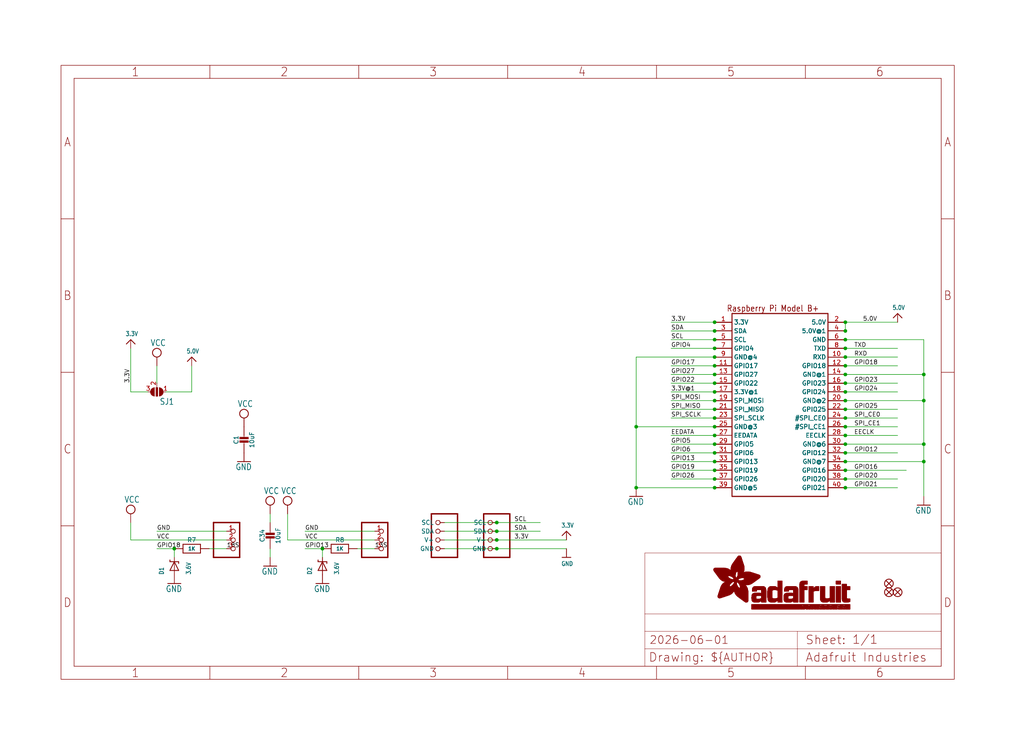
<source format=kicad_sch>
(kicad_sch (version 20230121) (generator eeschema)
  (paper "User" 298.45 217.322)
  (lib_symbols
    (symbol "working-eagle-import:3.3V" (power)
      (property "Value" "3.3V" (at -1.524 1.016 0))
      (symbol "3.3V_1_0"
        (pin power_in line (at 0 -2.54 90) (length 2.54) (name "3.3V") (number "1"))
      )
    )
    (symbol "working-eagle-import:5.0V" (power)
      (property "Value" "5.0V" (at -1.524 1.016 0))
      (symbol "5.0V_1_0"
        (pin power_in line (at 0 -2.54 90) (length 2.54) (name "5.0V") (number "1"))
      )
    )
    (symbol "working-eagle-import:CAP_CERAMIC0805-NOOUTLINE"
      (property "Reference" "C" (at -2.29 1.25 90))
      (symbol "CAP_CERAMIC0805-NOOUTLINE_1_0"
        (pin passive line (at 0 5.08 270) (length 2.54) (name "1") (number "1"))
        (pin passive line (at 0 -2.54 90) (length 2.54) (name "2") (number "2"))
      )
    )
    (symbol "working-eagle-import:CON_JST_PH_3PIN"
      (symbol "CON_JST_PH_3PIN_1_0"
        (pin passive inverted (at -2.54 2.54 0) (length 2.54) (name "1") (number "1"))
        (pin passive inverted (at -2.54 0 0) (length 2.54) (name "2") (number "2"))
        (pin passive inverted (at -2.54 -2.54 0) (length 2.54) (name "3") (number "3"))
      )
      (symbol "CON_JST_PH_3PIN_2_0"
        (pin bidirectional line (at 0 0 0) (length 5.08) (name "MT") (number "NC1"))
      )
      (symbol "CON_JST_PH_3PIN_3_0"
        (pin bidirectional line (at 0 0 0) (length 5.08) (name "MT") (number "NC2"))
      )
    )
    (symbol "working-eagle-import:DIODE-ZENERSOD323"
      (property "Reference" "D" (at -2.54 3.0226 0))
      (symbol "DIODE-ZENERSOD323_1_0"
        (pin passive line (at -2.54 0 0) (length 2.54) (name "A") (number "A"))
        (pin passive line (at 2.54 0 180) (length 2.54) (name "C") (number "C"))
      )
    )
    (symbol "working-eagle-import:FIDUCIAL_1MM")
    (symbol "working-eagle-import:FRAME_A4_ADAFRUIT"
      (symbol "FRAME_A4_ADAFRUIT_1_0"
        (text "${#}/${##}" (at 230.505 10.16 0) (effects (font (size 2.54 2.54)) (justify left bottom)))
        (text "${AUTHOR}" (at 189.23 5.08 0) (effects (font (size 2.286 2.286)) (justify left bottom)))
        (text "${CURRENT_DATE}" (at 171.45 10.16 0) (effects (font (size 2.286 2.286)) (justify left bottom)))
        (text "${PROJECTNAME}" (at 171.45 15.24 0) (effects (font (size 2.54 2.54)) (justify left bottom)))
        (text "1" (at 21.6958 1.905 0) (effects (font (size 2.54 2.286))))
        (text "1" (at 21.6958 177.165 0) (effects (font (size 2.54 2.286))))
        (text "2" (at 65.0875 1.905 0) (effects (font (size 2.54 2.286))))
        (text "2" (at 65.0875 177.165 0) (effects (font (size 2.54 2.286))))
        (text "3" (at 108.4792 1.905 0) (effects (font (size 2.54 2.286))))
        (text "3" (at 108.4792 177.165 0) (effects (font (size 2.54 2.286))))
        (text "4" (at 151.8708 1.905 0) (effects (font (size 2.54 2.286))))
        (text "4" (at 151.8708 177.165 0) (effects (font (size 2.54 2.286))))
        (text "5" (at 195.2625 1.905 0) (effects (font (size 2.54 2.286))))
        (text "5" (at 195.2625 177.165 0) (effects (font (size 2.54 2.286))))
        (text "6" (at 238.6542 1.905 0) (effects (font (size 2.54 2.286))))
        (text "6" (at 238.6542 177.165 0) (effects (font (size 2.54 2.286))))
        (text "A" (at 1.905 156.6863 0) (effects (font (size 2.54 2.286))))
        (text "A" (at 258.445 156.6863 0) (effects (font (size 2.54 2.286))))
        (text "Adafruit Industries" (at 216.916 4.953 0) (effects (font (size 2.54 2.54)) (justify left bottom)))
        (text "B" (at 1.905 111.9188 0) (effects (font (size 2.54 2.286))))
        (text "B" (at 258.445 111.9188 0) (effects (font (size 2.54 2.286))))
        (text "C" (at 1.905 67.1513 0) (effects (font (size 2.54 2.286))))
        (text "C" (at 258.445 67.1513 0) (effects (font (size 2.54 2.286))))
        (text "D" (at 1.905 22.3838 0) (effects (font (size 2.54 2.286))))
        (text "D" (at 258.445 22.3838 0) (effects (font (size 2.54 2.286))))
        (text "Drawing:" (at 171.196 4.953 0) (effects (font (size 2.54 2.54)) (justify left bottom)))
        (text "Sheet:" (at 216.916 10.033 0) (effects (font (size 2.54 2.54)) (justify left bottom)))
      )
    )
    (symbol "working-eagle-import:GND" (power)
      (property "Value" "GND" (at -1.524 -2.54 0))
      (symbol "GND_1_0"
        (pin power_in line (at 0 2.54 270) (length 2.54) (name "GND") (number "1"))
      )
    )
    (symbol "working-eagle-import:RASPBERRYPI_BPLUS_2X20_THMSMT_TOP"
      (symbol "RASPBERRYPI_BPLUS_2X20_THMSMT_TOP_1_0"
        (text "Raspberry Pi Model B+" (at 12.7 25.4 0) (effects (font (size 1.778 1.5113)) (justify right top)))
        (pin power_in line (at -17.78 20.32 0) (length 5.08) (name "3.3V") (number "1"))
        (pin bidirectional line (at 20.32 10.16 180) (length 5.08) (name "RXD") (number "10"))
        (pin bidirectional line (at -17.78 7.62 0) (length 5.08) (name "GPIO17") (number "11"))
        (pin bidirectional line (at 20.32 7.62 180) (length 5.08) (name "GPIO18") (number "12"))
        (pin bidirectional line (at -17.78 5.08 0) (length 5.08) (name "GPIO27") (number "13"))
        (pin power_in line (at 20.32 5.08 180) (length 5.08) (name "GND@1") (number "14"))
        (pin bidirectional line (at -17.78 2.54 0) (length 5.08) (name "GPIO22") (number "15"))
        (pin bidirectional line (at 20.32 2.54 180) (length 5.08) (name "GPIO23") (number "16"))
        (pin power_in line (at -17.78 0 0) (length 5.08) (name "3.3V@1") (number "17"))
        (pin bidirectional line (at 20.32 0 180) (length 5.08) (name "GPIO24") (number "18"))
        (pin bidirectional line (at -17.78 -2.54 0) (length 5.08) (name "SPI_MOSI") (number "19"))
        (pin power_in line (at 20.32 20.32 180) (length 5.08) (name "5.0V") (number "2"))
        (pin power_in line (at 20.32 -2.54 180) (length 5.08) (name "GND@2") (number "20"))
        (pin bidirectional line (at -17.78 -5.08 0) (length 5.08) (name "SPI_MISO") (number "21"))
        (pin bidirectional line (at 20.32 -5.08 180) (length 5.08) (name "GPIO25") (number "22"))
        (pin bidirectional line (at -17.78 -7.62 0) (length 5.08) (name "SPI_SCLK") (number "23"))
        (pin bidirectional line (at 20.32 -7.62 180) (length 5.08) (name "#SPI_CE0") (number "24"))
        (pin power_in line (at -17.78 -10.16 0) (length 5.08) (name "GND@3") (number "25"))
        (pin bidirectional line (at 20.32 -10.16 180) (length 5.08) (name "#SPI_CE1") (number "26"))
        (pin bidirectional line (at -17.78 -12.7 0) (length 5.08) (name "EEDATA") (number "27"))
        (pin bidirectional line (at 20.32 -12.7 180) (length 5.08) (name "EECLK") (number "28"))
        (pin bidirectional line (at -17.78 -15.24 0) (length 5.08) (name "GPIO5") (number "29"))
        (pin bidirectional line (at -17.78 17.78 0) (length 5.08) (name "SDA") (number "3"))
        (pin power_in line (at 20.32 -15.24 180) (length 5.08) (name "GND@6") (number "30"))
        (pin bidirectional line (at -17.78 -17.78 0) (length 5.08) (name "GPIO6") (number "31"))
        (pin bidirectional line (at 20.32 -17.78 180) (length 5.08) (name "GPIO12") (number "32"))
        (pin bidirectional line (at -17.78 -20.32 0) (length 5.08) (name "GPIO13") (number "33"))
        (pin power_in line (at 20.32 -20.32 180) (length 5.08) (name "GND@7") (number "34"))
        (pin bidirectional line (at -17.78 -22.86 0) (length 5.08) (name "GPIO19") (number "35"))
        (pin bidirectional line (at 20.32 -22.86 180) (length 5.08) (name "GPIO16") (number "36"))
        (pin bidirectional line (at -17.78 -25.4 0) (length 5.08) (name "GPIO26") (number "37"))
        (pin bidirectional line (at 20.32 -25.4 180) (length 5.08) (name "GPIO20") (number "38"))
        (pin power_in line (at -17.78 -27.94 0) (length 5.08) (name "GND@5") (number "39"))
        (pin power_in line (at 20.32 17.78 180) (length 5.08) (name "5.0V@1") (number "4"))
        (pin bidirectional line (at 20.32 -27.94 180) (length 5.08) (name "GPIO21") (number "40"))
        (pin bidirectional line (at -17.78 15.24 0) (length 5.08) (name "SCL") (number "5"))
        (pin power_in line (at 20.32 15.24 180) (length 5.08) (name "GND") (number "6"))
        (pin bidirectional line (at -17.78 12.7 0) (length 5.08) (name "GPIO4") (number "7"))
        (pin bidirectional line (at 20.32 12.7 180) (length 5.08) (name "TXD") (number "8"))
        (pin power_in line (at -17.78 10.16 0) (length 5.08) (name "GND@4") (number "9"))
        (pin power_in line (at -17.78 20.32 0) (length 5.08) (name "3.3V") (number "S1"))
        (pin bidirectional line (at 20.32 10.16 180) (length 5.08) (name "RXD") (number "S10"))
        (pin bidirectional line (at -17.78 7.62 0) (length 5.08) (name "GPIO17") (number "S11"))
        (pin bidirectional line (at 20.32 7.62 180) (length 5.08) (name "GPIO18") (number "S12"))
        (pin bidirectional line (at -17.78 5.08 0) (length 5.08) (name "GPIO27") (number "S13"))
        (pin power_in line (at 20.32 5.08 180) (length 5.08) (name "GND@1") (number "S14"))
        (pin bidirectional line (at -17.78 2.54 0) (length 5.08) (name "GPIO22") (number "S15"))
        (pin bidirectional line (at 20.32 2.54 180) (length 5.08) (name "GPIO23") (number "S16"))
        (pin power_in line (at -17.78 0 0) (length 5.08) (name "3.3V@1") (number "S17"))
        (pin bidirectional line (at 20.32 0 180) (length 5.08) (name "GPIO24") (number "S18"))
        (pin bidirectional line (at -17.78 -2.54 0) (length 5.08) (name "SPI_MOSI") (number "S19"))
        (pin power_in line (at 20.32 20.32 180) (length 5.08) (name "5.0V") (number "S2"))
        (pin power_in line (at 20.32 -2.54 180) (length 5.08) (name "GND@2") (number "S20"))
        (pin bidirectional line (at -17.78 -5.08 0) (length 5.08) (name "SPI_MISO") (number "S21"))
        (pin bidirectional line (at 20.32 -5.08 180) (length 5.08) (name "GPIO25") (number "S22"))
        (pin bidirectional line (at -17.78 -7.62 0) (length 5.08) (name "SPI_SCLK") (number "S23"))
        (pin bidirectional line (at 20.32 -7.62 180) (length 5.08) (name "#SPI_CE0") (number "S24"))
        (pin power_in line (at -17.78 -10.16 0) (length 5.08) (name "GND@3") (number "S25"))
        (pin bidirectional line (at 20.32 -10.16 180) (length 5.08) (name "#SPI_CE1") (number "S26"))
        (pin bidirectional line (at -17.78 -12.7 0) (length 5.08) (name "EEDATA") (number "S27"))
        (pin bidirectional line (at 20.32 -12.7 180) (length 5.08) (name "EECLK") (number "S28"))
        (pin bidirectional line (at -17.78 -15.24 0) (length 5.08) (name "GPIO5") (number "S29"))
        (pin bidirectional line (at -17.78 17.78 0) (length 5.08) (name "SDA") (number "S3"))
        (pin power_in line (at 20.32 -15.24 180) (length 5.08) (name "GND@6") (number "S30"))
        (pin bidirectional line (at -17.78 -17.78 0) (length 5.08) (name "GPIO6") (number "S31"))
        (pin bidirectional line (at 20.32 -17.78 180) (length 5.08) (name "GPIO12") (number "S32"))
        (pin bidirectional line (at -17.78 -20.32 0) (length 5.08) (name "GPIO13") (number "S33"))
        (pin power_in line (at 20.32 -20.32 180) (length 5.08) (name "GND@7") (number "S34"))
        (pin bidirectional line (at -17.78 -22.86 0) (length 5.08) (name "GPIO19") (number "S35"))
        (pin bidirectional line (at 20.32 -22.86 180) (length 5.08) (name "GPIO16") (number "S36"))
        (pin bidirectional line (at -17.78 -25.4 0) (length 5.08) (name "GPIO26") (number "S37"))
        (pin bidirectional line (at 20.32 -25.4 180) (length 5.08) (name "GPIO20") (number "S38"))
        (pin power_in line (at -17.78 -27.94 0) (length 5.08) (name "GND@5") (number "S39"))
        (pin power_in line (at 20.32 17.78 180) (length 5.08) (name "5.0V@1") (number "S4"))
        (pin bidirectional line (at 20.32 -27.94 180) (length 5.08) (name "GPIO21") (number "S40"))
        (pin bidirectional line (at -17.78 15.24 0) (length 5.08) (name "SCL") (number "S5"))
        (pin power_in line (at 20.32 15.24 180) (length 5.08) (name "GND") (number "S6"))
        (pin bidirectional line (at -17.78 12.7 0) (length 5.08) (name "GPIO4") (number "S7"))
        (pin bidirectional line (at 20.32 12.7 180) (length 5.08) (name "TXD") (number "S8"))
        (pin power_in line (at -17.78 10.16 0) (length 5.08) (name "GND@4") (number "S9"))
      )
    )
    (symbol "working-eagle-import:RASPBERRYPI_BPLUS_IDC"
      (symbol "RASPBERRYPI_BPLUS_IDC_1_0"
        (text "Raspberry Pi Model B+" (at 12.7 25.4 0) (effects (font (size 1.778 1.5113)) (justify right top)))
        (pin power_in line (at -17.78 20.32 0) (length 5.08) (name "3.3V") (number "1"))
        (pin bidirectional line (at 20.32 10.16 180) (length 5.08) (name "RXD") (number "10"))
        (pin bidirectional line (at -17.78 7.62 0) (length 5.08) (name "GPIO17") (number "11"))
        (pin bidirectional line (at 20.32 7.62 180) (length 5.08) (name "GPIO18") (number "12"))
        (pin bidirectional line (at -17.78 5.08 0) (length 5.08) (name "GPIO27") (number "13"))
        (pin power_in line (at 20.32 5.08 180) (length 5.08) (name "GND@1") (number "14"))
        (pin bidirectional line (at -17.78 2.54 0) (length 5.08) (name "GPIO22") (number "15"))
        (pin bidirectional line (at 20.32 2.54 180) (length 5.08) (name "GPIO23") (number "16"))
        (pin power_in line (at -17.78 0 0) (length 5.08) (name "3.3V@1") (number "17"))
        (pin bidirectional line (at 20.32 0 180) (length 5.08) (name "GPIO24") (number "18"))
        (pin bidirectional line (at -17.78 -2.54 0) (length 5.08) (name "SPI_MOSI") (number "19"))
        (pin power_in line (at 20.32 20.32 180) (length 5.08) (name "5.0V") (number "2"))
        (pin power_in line (at 20.32 -2.54 180) (length 5.08) (name "GND@2") (number "20"))
        (pin bidirectional line (at -17.78 -5.08 0) (length 5.08) (name "SPI_MISO") (number "21"))
        (pin bidirectional line (at 20.32 -5.08 180) (length 5.08) (name "GPIO25") (number "22"))
        (pin bidirectional line (at -17.78 -7.62 0) (length 5.08) (name "SPI_SCLK") (number "23"))
        (pin bidirectional line (at 20.32 -7.62 180) (length 5.08) (name "#SPI_CE0") (number "24"))
        (pin power_in line (at -17.78 -10.16 0) (length 5.08) (name "GND@3") (number "25"))
        (pin bidirectional line (at 20.32 -10.16 180) (length 5.08) (name "#SPI_CE1") (number "26"))
        (pin bidirectional line (at -17.78 -12.7 0) (length 5.08) (name "EEDATA") (number "27"))
        (pin bidirectional line (at 20.32 -12.7 180) (length 5.08) (name "EECLK") (number "28"))
        (pin bidirectional line (at -17.78 -15.24 0) (length 5.08) (name "GPIO5") (number "29"))
        (pin bidirectional line (at -17.78 17.78 0) (length 5.08) (name "SDA") (number "3"))
        (pin power_in line (at 20.32 -15.24 180) (length 5.08) (name "GND@6") (number "30"))
        (pin bidirectional line (at -17.78 -17.78 0) (length 5.08) (name "GPIO6") (number "31"))
        (pin bidirectional line (at 20.32 -17.78 180) (length 5.08) (name "GPIO12") (number "32"))
        (pin bidirectional line (at -17.78 -20.32 0) (length 5.08) (name "GPIO13") (number "33"))
        (pin power_in line (at 20.32 -20.32 180) (length 5.08) (name "GND@7") (number "34"))
        (pin bidirectional line (at -17.78 -22.86 0) (length 5.08) (name "GPIO19") (number "35"))
        (pin bidirectional line (at 20.32 -22.86 180) (length 5.08) (name "GPIO16") (number "36"))
        (pin bidirectional line (at -17.78 -25.4 0) (length 5.08) (name "GPIO26") (number "37"))
        (pin bidirectional line (at 20.32 -25.4 180) (length 5.08) (name "GPIO20") (number "38"))
        (pin power_in line (at -17.78 -27.94 0) (length 5.08) (name "GND@5") (number "39"))
        (pin power_in line (at 20.32 17.78 180) (length 5.08) (name "5.0V@1") (number "4"))
        (pin bidirectional line (at 20.32 -27.94 180) (length 5.08) (name "GPIO21") (number "40"))
        (pin bidirectional line (at -17.78 15.24 0) (length 5.08) (name "SCL") (number "5"))
        (pin power_in line (at 20.32 15.24 180) (length 5.08) (name "GND") (number "6"))
        (pin bidirectional line (at -17.78 12.7 0) (length 5.08) (name "GPIO4") (number "7"))
        (pin bidirectional line (at 20.32 12.7 180) (length 5.08) (name "TXD") (number "8"))
        (pin power_in line (at -17.78 10.16 0) (length 5.08) (name "GND@4") (number "9"))
      )
    )
    (symbol "working-eagle-import:RESISTOR_0603_NOOUT"
      (property "Reference" "R" (at 0 2.54 0))
      (symbol "RESISTOR_0603_NOOUT_1_0"
        (pin passive line (at -5.08 0 0) (length 2.54) (name "1") (number "1"))
        (pin passive line (at 5.08 0 180) (length 2.54) (name "2") (number "2"))
      )
    )
    (symbol "working-eagle-import:SOLDERJUMPER_2WAY"
      (property "Reference" "SJ" (at -5.08 -3.81 0))
      (symbol "SOLDERJUMPER_2WAY_1_0"
        (pin passive line (at -2.54 0 0) (length 0) (name "1") (number "1"))
        (pin passive line (at 0 2.54 270) (length 0) (name "2") (number "2"))
        (pin passive line (at 2.54 0 180) (length 0) (name "3") (number "3"))
      )
    )
    (symbol "working-eagle-import:STEMMA_I2C_QT"
      (symbol "STEMMA_I2C_QT_1_0"
        (pin passive inverted (at 0 5.08 0) (length 2.54) (name "GND") (number "1"))
        (pin passive inverted (at 0 2.54 0) (length 2.54) (name "V+") (number "2"))
        (pin passive inverted (at 0 0 0) (length 2.54) (name "SDA") (number "3"))
        (pin passive inverted (at 0 -2.54 0) (length 2.54) (name "SCL") (number "4"))
      )
      (symbol "STEMMA_I2C_QT_2_0"
        (pin bidirectional line (at 0 0 0) (length 5.08) (name "MT") (number "MT1"))
      )
      (symbol "STEMMA_I2C_QT_3_0"
        (pin bidirectional line (at 0 0 0) (length 5.08) (name "MT") (number "MT2"))
      )
    )
    (symbol "working-eagle-import:VCC" (power)
      (property "Value" "VCC" (at -1.905 3.175 0))
      (symbol "VCC_1_0"
        (pin power_in line (at 0 -2.54 90) (length 2.54) (name "VCC") (number "1"))
      )
    )
    (symbol "working-eagle-import:supply1_GND" (power)
      (property "Value" "supply1_GND" (at -2.54 -2.54 0))
      (symbol "supply1_GND_1_0"
        (pin power_in line (at 0 2.54 270) (length 2.54) (name "GND") (number "1"))
      )
    )
  )
  (junction (at 208.28 142.24))
  (junction (at 208.28 111.76))
  (junction (at 246.38 124.46))
  (junction (at 208.28 132.08))
  (junction (at 208.28 139.7))
  (junction (at 185.42 142.24))
  (junction (at 144.78 160.02))
  (junction (at 246.38 109.22))
  (junction (at 208.28 137.16))
  (junction (at 246.38 104.14))
  (junction (at 144.78 157.48))
  (junction (at 208.28 104.14))
  (junction (at 246.38 99.06))
  (junction (at 246.38 129.54))
  (junction (at 208.28 129.54))
  (junction (at 208.28 134.62))
  (junction (at 208.28 114.3))
  (junction (at 269.24 134.62))
  (junction (at 208.28 93.98))
  (junction (at 269.24 116.84))
  (junction (at 269.24 109.22))
  (junction (at 93.98 160.02))
  (junction (at 246.38 114.3))
  (junction (at 246.38 106.68))
  (junction (at 246.38 137.16))
  (junction (at 246.38 116.84))
  (junction (at 208.28 119.38))
  (junction (at 208.28 106.68))
  (junction (at 208.28 121.92))
  (junction (at 246.38 96.52))
  (junction (at 246.38 93.98))
  (junction (at 208.28 127))
  (junction (at 246.38 111.76))
  (junction (at 269.24 129.54))
  (junction (at 246.38 121.92))
  (junction (at 144.78 154.94))
  (junction (at 185.42 124.46))
  (junction (at 246.38 134.62))
  (junction (at 208.28 101.6))
  (junction (at 208.28 116.84))
  (junction (at 246.38 101.6))
  (junction (at 246.38 142.24))
  (junction (at 208.28 124.46))
  (junction (at 208.28 96.52))
  (junction (at 246.38 127))
  (junction (at 50.8 160.02))
  (junction (at 208.28 99.06))
  (junction (at 246.38 132.08))
  (junction (at 246.38 139.7))
  (junction (at 246.38 119.38))
  (junction (at 144.78 152.4))
  (junction (at 208.28 109.22))
  (wire (pts (xy 195.58 116.84) (xy 208.28 116.84)) (stroke (width 0.1524)))
  (wire (pts (xy 208.28 106.68) (xy 195.58 106.68)) (stroke (width 0.1524)))
  (wire (pts (xy 246.38 132.08) (xy 261.62 132.08)) (stroke (width 0.1524)))
  (wire (pts (xy 185.42 124.46) (xy 185.42 142.24)) (stroke (width 0.1524)))
  (wire (pts (xy 246.38 121.92) (xy 261.62 121.92)) (stroke (width 0.1524)))
  (wire (pts (xy 144.78 160.02) (xy 129.54 160.02)) (stroke (width 0.1524)))
  (wire (pts (xy 50.8 160.02) (xy 45.72 160.02)) (stroke (width 0.1524)))
  (wire (pts (xy 195.58 137.16) (xy 208.28 137.16)) (stroke (width 0.1524)))
  (wire (pts (xy 269.24 99.06) (xy 269.24 109.22)) (stroke (width 0.1524)))
  (wire (pts (xy 246.38 119.38) (xy 261.62 119.38)) (stroke (width 0.1524)))
  (wire (pts (xy 208.28 93.98) (xy 195.58 93.98)) (stroke (width 0.1524)))
  (wire (pts (xy 195.58 134.62) (xy 208.28 134.62)) (stroke (width 0.1524)))
  (wire (pts (xy 144.78 152.4) (xy 129.54 152.4)) (stroke (width 0.1524)))
  (wire (pts (xy 195.58 109.22) (xy 208.28 109.22)) (stroke (width 0.1524)))
  (wire (pts (xy 195.58 121.92) (xy 208.28 121.92)) (stroke (width 0.1524)))
  (wire (pts (xy 93.98 162.56) (xy 93.98 160.02)) (stroke (width 0.1524)))
  (wire (pts (xy 144.78 154.94) (xy 129.54 154.94)) (stroke (width 0.1524)))
  (wire (pts (xy 195.58 139.7) (xy 208.28 139.7)) (stroke (width 0.1524)))
  (wire (pts (xy 246.38 142.24) (xy 261.62 142.24)) (stroke (width 0.1524)))
  (wire (pts (xy 195.58 129.54) (xy 208.28 129.54)) (stroke (width 0.1524)))
  (wire (pts (xy 246.38 109.22) (xy 269.24 109.22)) (stroke (width 0.1524)))
  (wire (pts (xy 246.38 99.06) (xy 269.24 99.06)) (stroke (width 0.1524)))
  (wire (pts (xy 246.38 101.6) (xy 261.62 101.6)) (stroke (width 0.1524)))
  (wire (pts (xy 195.58 119.38) (xy 208.28 119.38)) (stroke (width 0.1524)))
  (wire (pts (xy 208.28 96.52) (xy 195.58 96.52)) (stroke (width 0.1524)))
  (wire (pts (xy 93.98 160.02) (xy 88.9 160.02)) (stroke (width 0.1524)))
  (wire (pts (xy 246.38 96.52) (xy 246.38 93.98)) (stroke (width 0.1524)))
  (wire (pts (xy 185.42 124.46) (xy 208.28 124.46)) (stroke (width 0.1524)))
  (wire (pts (xy 144.78 157.48) (xy 165.1 157.48)) (stroke (width 0.1524)))
  (wire (pts (xy 246.38 137.16) (xy 264.16 137.16)) (stroke (width 0.1524)))
  (wire (pts (xy 109.22 160.02) (xy 104.14 160.02)) (stroke (width 0.1524)))
  (wire (pts (xy 246.38 114.3) (xy 261.62 114.3)) (stroke (width 0.1524)))
  (wire (pts (xy 185.42 104.14) (xy 208.28 104.14)) (stroke (width 0.1524)))
  (wire (pts (xy 83.82 157.48) (xy 83.82 149.86)) (stroke (width 0.1524)))
  (wire (pts (xy 269.24 134.62) (xy 269.24 144.78)) (stroke (width 0.1524)))
  (wire (pts (xy 109.22 154.94) (xy 88.9 154.94)) (stroke (width 0.1524)))
  (wire (pts (xy 144.78 160.02) (xy 165.1 160.02)) (stroke (width 0.1524)))
  (wire (pts (xy 38.1 114.3) (xy 38.1 101.6)) (stroke (width 0.1524)))
  (wire (pts (xy 246.38 127) (xy 261.62 127)) (stroke (width 0.1524)))
  (wire (pts (xy 43.18 114.3) (xy 38.1 114.3)) (stroke (width 0.1524)))
  (wire (pts (xy 144.78 157.48) (xy 129.54 157.48)) (stroke (width 0.1524)))
  (wire (pts (xy 55.88 114.3) (xy 55.88 106.68)) (stroke (width 0.1524)))
  (wire (pts (xy 261.62 104.14) (xy 246.38 104.14)) (stroke (width 0.1524)))
  (wire (pts (xy 246.38 139.7) (xy 261.62 139.7)) (stroke (width 0.1524)))
  (wire (pts (xy 185.42 124.46) (xy 185.42 104.14)) (stroke (width 0.1524)))
  (wire (pts (xy 48.26 114.3) (xy 55.88 114.3)) (stroke (width 0.1524)))
  (wire (pts (xy 246.38 134.62) (xy 269.24 134.62)) (stroke (width 0.1524)))
  (wire (pts (xy 195.58 132.08) (xy 208.28 132.08)) (stroke (width 0.1524)))
  (wire (pts (xy 208.28 142.24) (xy 185.42 142.24)) (stroke (width 0.1524)))
  (wire (pts (xy 269.24 109.22) (xy 269.24 116.84)) (stroke (width 0.1524)))
  (wire (pts (xy 144.78 154.94) (xy 157.48 154.94)) (stroke (width 0.1524)))
  (wire (pts (xy 208.28 99.06) (xy 195.58 99.06)) (stroke (width 0.1524)))
  (wire (pts (xy 208.28 101.6) (xy 195.58 101.6)) (stroke (width 0.1524)))
  (wire (pts (xy 246.38 93.98) (xy 261.62 93.98)) (stroke (width 0.1524)))
  (wire (pts (xy 208.28 127) (xy 195.58 127)) (stroke (width 0.1524)))
  (wire (pts (xy 246.38 124.46) (xy 261.62 124.46)) (stroke (width 0.1524)))
  (wire (pts (xy 246.38 129.54) (xy 269.24 129.54)) (stroke (width 0.1524)))
  (wire (pts (xy 78.74 162.56) (xy 78.74 160.02)) (stroke (width 0.1524)))
  (wire (pts (xy 66.04 154.94) (xy 45.72 154.94)) (stroke (width 0.1524)))
  (wire (pts (xy 45.72 106.68) (xy 45.72 111.76)) (stroke (width 0.1524)))
  (wire (pts (xy 66.04 160.02) (xy 60.96 160.02)) (stroke (width 0.1524)))
  (wire (pts (xy 78.74 152.4) (xy 78.74 149.86)) (stroke (width 0.1524)))
  (wire (pts (xy 246.38 116.84) (xy 269.24 116.84)) (stroke (width 0.1524)))
  (wire (pts (xy 144.78 152.4) (xy 157.48 152.4)) (stroke (width 0.1524)))
  (wire (pts (xy 83.82 157.48) (xy 109.22 157.48)) (stroke (width 0.1524)))
  (wire (pts (xy 246.38 111.76) (xy 261.62 111.76)) (stroke (width 0.1524)))
  (wire (pts (xy 269.24 129.54) (xy 269.24 134.62)) (stroke (width 0.1524)))
  (wire (pts (xy 208.28 111.76) (xy 195.58 111.76)) (stroke (width 0.1524)))
  (wire (pts (xy 38.1 157.48) (xy 38.1 152.4)) (stroke (width 0.1524)))
  (wire (pts (xy 269.24 116.84) (xy 269.24 129.54)) (stroke (width 0.1524)))
  (wire (pts (xy 38.1 157.48) (xy 66.04 157.48)) (stroke (width 0.1524)))
  (wire (pts (xy 246.38 106.68) (xy 261.62 106.68)) (stroke (width 0.1524)))
  (wire (pts (xy 195.58 114.3) (xy 208.28 114.3)) (stroke (width 0.1524)))
  (wire (pts (xy 50.8 160.02) (xy 50.8 162.56)) (stroke (width 0.1524)))
  (label "SDA" (at 149.86 154.94 0) (effects (font (size 1.2446 1.2446))))
  (label "GPIO18" (at 248.92 106.68 0) (effects (font (size 1.2446 1.2446))))
  (label "SPI_SCLK" (at 195.58 121.92 0) (effects (font (size 1.2446 1.2446))))
  (label "GPIO20" (at 248.92 139.7 0) (effects (font (size 1.2446 1.2446))))
  (label "SCL" (at 195.58 99.06 0) (effects (font (size 1.2446 1.2446))))
  (label "GPIO12" (at 248.92 132.08 0) (effects (font (size 1.2446 1.2446))))
  (label "GPIO13" (at 195.58 134.62 0) (effects (font (size 1.2446 1.2446))))
  (label "GPIO19" (at 195.58 137.16 0) (effects (font (size 1.2446 1.2446))))
  (label "SPI_CE1" (at 248.92 124.46 0) (effects (font (size 1.2446 1.2446))))
  (label "3.3V@1" (at 195.58 114.3 0) (effects (font (size 1.2446 1.2446))))
  (label "VCC" (at 88.9 157.48 0) (effects (font (size 1.2446 1.2446))))
  (label "VCC" (at 45.72 157.48 0) (effects (font (size 1.2446 1.2446))))
  (label "3.3V" (at 38.1 111.76 90) (effects (font (size 1.2446 1.2446))))
  (label "GPIO18" (at 45.72 160.02 0) (effects (font (size 1.2446 1.2446))))
  (label "TXD" (at 248.92 101.6 0) (effects (font (size 1.2446 1.2446))))
  (label "GPIO4" (at 195.58 101.6 0) (effects (font (size 1.2446 1.2446))))
  (label "GPIO6" (at 195.58 132.08 0) (effects (font (size 1.2446 1.2446))))
  (label "13S" (at 109.22 160.02 0) (effects (font (size 1.2446 1.2446))))
  (label "GPIO26" (at 195.58 139.7 0) (effects (font (size 1.2446 1.2446))))
  (label "EECLK" (at 248.92 127 0) (effects (font (size 1.2446 1.2446))))
  (label "5.0V" (at 251.46 93.98 0) (effects (font (size 1.2446 1.2446))))
  (label "18S" (at 66.04 160.02 0) (effects (font (size 1.2446 1.2446))))
  (label "3.3V" (at 195.58 93.98 0) (effects (font (size 1.2446 1.2446))))
  (label "SCL" (at 149.86 152.4 0) (effects (font (size 1.2446 1.2446))))
  (label "SPI_MOSI" (at 195.58 116.84 0) (effects (font (size 1.2446 1.2446))))
  (label "GND" (at 45.72 154.94 0) (effects (font (size 1.2446 1.2446))))
  (label "GPIO25" (at 248.92 119.38 0) (effects (font (size 1.2446 1.2446))))
  (label "GPIO23" (at 248.92 111.76 0) (effects (font (size 1.2446 1.2446))))
  (label "3.3V" (at 149.86 157.48 0) (effects (font (size 1.2446 1.2446))))
  (label "SDA" (at 195.58 96.52 0) (effects (font (size 1.2446 1.2446))))
  (label "GPIO27" (at 195.58 109.22 0) (effects (font (size 1.2446 1.2446))))
  (label "GPIO24" (at 248.92 114.3 0) (effects (font (size 1.2446 1.2446))))
  (label "GPIO13" (at 88.9 160.02 0) (effects (font (size 1.2446 1.2446))))
  (label "GND" (at 88.9 154.94 0) (effects (font (size 1.2446 1.2446))))
  (label "GPIO16" (at 248.92 137.16 0) (effects (font (size 1.2446 1.2446))))
  (label "EEDATA" (at 195.58 127 0) (effects (font (size 1.2446 1.2446))))
  (label "GPIO5" (at 195.58 129.54 0) (effects (font (size 1.2446 1.2446))))
  (label "RXD" (at 248.92 104.14 0) (effects (font (size 1.2446 1.2446))))
  (label "GPIO21" (at 248.92 142.24 0) (effects (font (size 1.2446 1.2446))))
  (label "SPI_MISO" (at 195.58 119.38 0) (effects (font (size 1.2446 1.2446))))
  (label "GPIO22" (at 195.58 111.76 0) (effects (font (size 1.2446 1.2446))))
  (label "SPI_CE0" (at 248.92 121.92 0) (effects (font (size 1.2446 1.2446))))
  (label "GPIO17" (at 195.58 106.68 0) (effects (font (size 1.2446 1.2446))))
  (symbol (lib_id "working-eagle-import:5.0V") (at 55.88 104.14 0) (unit 1)
    (property "Reference" "#U$73" (effects hide))
    (property "Value" "5.0V" (at 54.356 103.124 0) (effects (font (size 1.27 1.0795)) (justify left bottom)))
  )
  (symbol (lib_id "working-eagle-import:FRAME_A4_ADAFRUIT") (at 17.78 198.12 0) (unit 1)
    (property "Reference" "#U$7" (effects hide))
    (property "Value" "FRAME_A4_ADAFRUIT" (effects hide))
  )
  (symbol (lib_id "working-eagle-import:supply1_GND") (at 185.42 144.78 0) (unit 1)
    (property "Reference" "#GND1" (effects hide))
    (property "Value" "GND" (at 182.88 147.32 0) (effects (font (size 1.778 1.5113)) (justify left bottom)))
  )
  (symbol (lib_id "working-eagle-import:supply1_GND") (at 78.74 165.1 0) (unit 1)
    (property "Reference" "#GND16" (effects hide))
    (property "Value" "GND" (at 76.2 167.64 0) (effects (font (size 1.778 1.5113)) (justify left bottom)))
  )
  (symbol (lib_id "working-eagle-import:RASPBERRYPI_BPLUS_2X20_THMSMT_TOP") (at 226.06 114.3 0) (unit 1)
    (property "Reference" "RPI2" (effects hide))
    (property "Value" "RASPBERRYPI_BPLUS_2X20_THMSMT_TOP" (effects hide))
    (property "Footprint" "working:RASPI_2X20_THMSMT_TOP" (effects hide))
  )
  (symbol (lib_id "working-eagle-import:3.3V") (at 165.1 154.94 0) (unit 1)
    (property "Reference" "#U$81" (effects hide))
    (property "Value" "3.3V" (at 163.576 153.924 0) (effects (font (size 1.27 1.0795)) (justify left bottom)))
  )
  (symbol (lib_id "working-eagle-import:CAP_CERAMIC0805-NOOUTLINE") (at 71.12 129.54 0) (unit 1)
    (property "Reference" "C1" (at 68.83 128.29 90))
    (property "Value" "10uF" (at 73.42 128.29 90))
    (property "Footprint" "working:0805-NO" (effects hide))
  )
  (symbol (lib_id "working-eagle-import:supply1_GND") (at 93.98 170.18 0) (unit 1)
    (property "Reference" "#GND19" (effects hide))
    (property "Value" "GND" (at 91.44 172.72 0) (effects (font (size 1.778 1.5113)) (justify left bottom)))
  )
  (symbol (lib_id "working-eagle-import:3.3V") (at 38.1 99.06 0) (unit 1)
    (property "Reference" "#U$74" (effects hide))
    (property "Value" "3.3V" (at 36.576 98.044 0) (effects (font (size 1.27 1.0795)) (justify left bottom)))
  )
  (symbol (lib_id "working-eagle-import:VCC") (at 38.1 149.86 0) (unit 1)
    (property "Reference" "#SUPPLY5" (effects hide))
    (property "Value" "VCC" (at 36.195 146.685 0) (effects (font (size 1.778 1.5113)) (justify left bottom)))
  )
  (symbol (lib_id "working-eagle-import:GND") (at 165.1 162.56 0) (unit 1)
    (property "Reference" "#U$80" (effects hide))
    (property "Value" "GND" (at 163.576 165.1 0) (effects (font (size 1.27 1.0795)) (justify left bottom)))
  )
  (symbol (lib_id "working-eagle-import:CAP_CERAMIC0805-NOOUTLINE") (at 78.74 157.48 0) (unit 1)
    (property "Reference" "C34" (at 76.45 156.23 90))
    (property "Value" "10uF" (at 81.04 156.23 90))
    (property "Footprint" "working:0805-NO" (effects hide))
  )
  (symbol (lib_id "working-eagle-import:DIODE-ZENERSOD323") (at 93.98 165.1 90) (unit 1)
    (property "Reference" "D2" (at 90.9574 167.64 0) (effects (font (size 1.27 1.0795)) (justify left bottom)))
    (property "Value" "3.6V" (at 98.8314 167.64 0) (effects (font (size 1.27 1.0795)) (justify left bottom)))
    (property "Footprint" "working:SOD-323" (effects hide))
  )
  (symbol (lib_id "working-eagle-import:CON_JST_PH_3PIN") (at 111.76 157.48 0) (unit 1)
    (property "Reference" "SENSE0" (effects hide))
    (property "Value" "JST PH 3" (effects hide))
    (property "Footprint" "working:JSTPH3" (effects hide))
  )
  (symbol (lib_id "working-eagle-import:FIDUCIAL_1MM") (at 259.08 170.18 0) (unit 1)
    (property "Reference" "FID3" (effects hide))
    (property "Value" "FIDUCIAL_1MM" (effects hide))
    (property "Footprint" "working:FIDUCIAL_1MM" (effects hide))
  )
  (symbol (lib_id "working-eagle-import:RESISTOR_0603_NOOUT") (at 55.88 160.02 0) (mirror y) (unit 1)
    (property "Reference" "R7" (at 55.88 157.48 0))
    (property "Value" "1K" (at 55.88 160.02 0) (effects (font (size 1.016 1.016) bold)))
    (property "Footprint" "working:0603-NO" (effects hide))
  )
  (symbol (lib_id "working-eagle-import:RASPBERRYPI_BPLUS_IDC") (at 226.06 114.3 0) (unit 1)
    (property "Reference" "RPI1" (effects hide))
    (property "Value" "RASPBERRYPI_BPLUS_IDC" (effects hide))
    (property "Footprint" "working:2X20" (effects hide))
  )
  (symbol (lib_id "working-eagle-import:SOLDERJUMPER_2WAY") (at 45.72 114.3 0) (mirror y) (unit 1)
    (property "Reference" "SJ1" (at 50.8 118.11 0) (effects (font (size 1.778 1.5113)) (justify left bottom)))
    (property "Value" "SOLDERJUMPER_2WAY" (effects hide))
    (property "Footprint" "working:SOLDERJUMPER_2WAY_OPEN_NOPASTE" (effects hide))
  )
  (symbol (lib_id "working-eagle-import:VCC") (at 45.72 104.14 0) (unit 1)
    (property "Reference" "#SUPPLY3" (effects hide))
    (property "Value" "VCC" (at 43.815 100.965 0) (effects (font (size 1.778 1.5113)) (justify left bottom)))
  )
  (symbol (lib_id "working-eagle-import:DIODE-ZENERSOD323") (at 50.8 165.1 90) (unit 1)
    (property "Reference" "D1" (at 47.7774 167.64 0) (effects (font (size 1.27 1.0795)) (justify left bottom)))
    (property "Value" "3.6V" (at 55.6514 167.64 0) (effects (font (size 1.27 1.0795)) (justify left bottom)))
    (property "Footprint" "working:SOD-323" (effects hide))
  )
  (symbol (lib_id "working-eagle-import:VCC") (at 71.12 121.92 0) (unit 1)
    (property "Reference" "#SUPPLY2" (effects hide))
    (property "Value" "VCC" (at 69.215 118.745 0) (effects (font (size 1.778 1.5113)) (justify left bottom)))
  )
  (symbol (lib_id "working-eagle-import:RESISTOR_0603_NOOUT") (at 99.06 160.02 0) (mirror y) (unit 1)
    (property "Reference" "R8" (at 99.06 157.48 0))
    (property "Value" "1K" (at 99.06 160.02 0) (effects (font (size 1.016 1.016) bold)))
    (property "Footprint" "working:0603-NO" (effects hide))
  )
  (symbol (lib_id "working-eagle-import:CON_JST_PH_3PIN") (at 68.58 157.48 0) (unit 1)
    (property "Reference" "NEOPIX0" (effects hide))
    (property "Value" "JST PH 3" (effects hide))
    (property "Footprint" "working:JSTPH3" (effects hide))
  )
  (symbol (lib_id "working-eagle-import:5.0V") (at 261.62 91.44 0) (unit 1)
    (property "Reference" "#U$14" (effects hide))
    (property "Value" "5.0V" (at 260.096 90.424 0) (effects (font (size 1.27 1.0795)) (justify left bottom)))
  )
  (symbol (lib_id "working-eagle-import:STEMMA_I2C_QT") (at 144.78 154.94 180) (unit 1)
    (property "Reference" "CONN1" (effects hide))
    (property "Value" "STEMMA_I2C_QT" (effects hide))
    (property "Footprint" "working:JST_SH4" (effects hide))
  )
  (symbol (lib_id "working-eagle-import:FIDUCIAL_1MM") (at 259.08 172.72 0) (unit 1)
    (property "Reference" "FID1" (effects hide))
    (property "Value" "FIDUCIAL_1MM" (effects hide))
    (property "Footprint" "working:FIDUCIAL_1MM" (effects hide))
  )
  (symbol (lib_id "working-eagle-import:supply1_GND") (at 50.8 170.18 0) (unit 1)
    (property "Reference" "#GND17" (effects hide))
    (property "Value" "GND" (at 48.26 172.72 0) (effects (font (size 1.778 1.5113)) (justify left bottom)))
  )
  (symbol (lib_id "working-eagle-import:FIDUCIAL_1MM") (at 261.62 172.72 0) (unit 1)
    (property "Reference" "FID2" (effects hide))
    (property "Value" "FIDUCIAL_1MM" (effects hide))
    (property "Footprint" "working:FIDUCIAL_1MM" (effects hide))
  )
  (symbol (lib_id "working-eagle-import:supply1_GND") (at 269.24 147.32 0) (unit 1)
    (property "Reference" "#GND2" (effects hide))
    (property "Value" "GND" (at 266.7 149.86 0) (effects (font (size 1.778 1.5113)) (justify left bottom)))
  )
  (symbol (lib_id "working-eagle-import:VCC") (at 83.82 147.32 0) (unit 1)
    (property "Reference" "#SUPPLY1" (effects hide))
    (property "Value" "VCC" (at 81.915 144.145 0) (effects (font (size 1.778 1.5113)) (justify left bottom)))
  )
  (symbol (lib_id "working-eagle-import:supply1_GND") (at 71.12 134.62 0) (unit 1)
    (property "Reference" "#GND3" (effects hide))
    (property "Value" "GND" (at 68.58 137.16 0) (effects (font (size 1.778 1.5113)) (justify left bottom)))
  )
  (symbol (lib_id "working-eagle-import:STEMMA_I2C_QT") (at 129.54 154.94 180) (unit 1)
    (property "Reference" "CONN3" (effects hide))
    (property "Value" "STEMMA_I2C_QT" (effects hide))
    (property "Footprint" "working:JST_SH4" (effects hide))
  )
  (symbol (lib_id "working-eagle-import:VCC") (at 78.74 147.32 0) (unit 1)
    (property "Reference" "#SUPPLY4" (effects hide))
    (property "Value" "VCC" (at 76.835 144.145 0) (effects (font (size 1.778 1.5113)) (justify left bottom)))
  )
)
</source>
